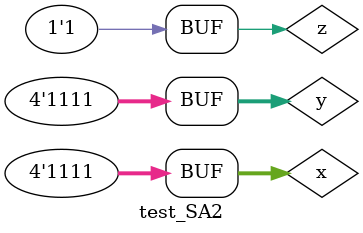
<source format=v>

module Zero (output s, input a, input b,
             input c, input d, input e);

nor NOR1 (s,a,b,c,d,e);

endmodule // Zero
				 
module SA (output s, input f1, input f2);

xor XOR1 (s,f1,f2); 

endmodule // SA

module Adder (output s1, output s2, input a, input b);

xor XOR1 (s2,a,b);
and AND1 (s1,a,b);				 				

endmodule // Adder

module  FullAdder (output s3, output s4,input e1, input e2, input c);
wire p1, p2,p3;

Adder HA1 (p1,p2,e1,e2);
Adder HA2 (s3,p3,p1,c);
xor XOR1 (s4,p3,p2);

endmodule // FullAdder

module Selecionador (output s1, input[3:0] a,
                     input[3:0] b, input carry);
wire  w1,w2,w3,w4,p1,p2,p3,p4;
wire[4:0] s;
SA c1 (w1,b[0],carry);
SA c2 (w2,b[1],carry);
SA c3 (w3,b[2],carry);
SA c4 (w4,b[3],carry);
FullAdder FU1 (s[0],p1,a[0],w1,carry);
FullAdder FU2 (s[1],p2,a[1],w2,p1);
FullAdder FU3 (s[2],p3,a[2],w3,p2);
FullAdder FU4 (s[3],p4,a[3],w4,p3);
SA c5 (s[4],p4,carry);
Zero Z1 (s1,s[0],s[1],s[2],s[3],s[4]);

endmodule // Selecionador

module test_SA2; 

// ------------------------- definir dados 

reg[3:0] x, y;
reg z;  
wire q;

Selecionador modulo (q, x, y, z); 

// ------------------------- parte principal 

initial begin 
$display("Exemplo0032 - Oswaldo Oliveira Paulino - 382175"); 
$display("Test LU's module"); 

x = 4'b0000; y = 4'b0000; z = 'b0;

// projetar testes do modulo 
#1 $display("\n a    b   carry  s"); 
#1 $monitor("%4b %4b   %b    %b" ,x,y,z,q); 

#1 x = 4'b0001; y = 4'b0000; z = 'b0;
#1 x = 4'b0001; y = 4'b0001; z = 'b0;
#1 x = 4'b0010; y = 4'b0001; z = 'b0;
#1 x = 4'b0010; y = 4'b0010; z = 'b0;
#1 x = 4'b0011; y = 4'b0010; z = 'b0;
#1 x = 4'b0011; y = 4'b0011; z = 'b0;
#1 x = 4'b0100; y = 4'b0011; z = 'b0;
#1 x = 4'b0100; y = 4'b0100; z = 'b0;
#1 x = 4'b0101; y = 4'b0100; z = 'b0;
#1 x = 4'b0101; y = 4'b0101; z = 'b0;
#1 x = 4'b0110; y = 4'b0101; z = 'b0;
#1 x = 4'b0110; y = 4'b0110; z = 'b0;
#1 x = 4'b0111; y = 4'b0110; z = 'b0;
#1 x = 4'b0111; y = 4'b0111; z = 'b1;
#1 x = 4'b1000; y = 4'b0111; z = 'b1;
#1 x = 4'b1000; y = 4'b1000; z = 'b1;
#1 x = 4'b1001; y = 4'b1000; z = 'b1;
#1 x = 4'b1001; y = 4'b1001; z = 'b1;
#1 x = 4'b1010; y = 4'b1001; z = 'b1;
#1 x = 4'b1010; y = 4'b1010; z = 'b1;
#1 x = 4'b1011; y = 4'b1010; z = 'b1;
#1 x = 4'b1011; y = 4'b1011; z = 'b1;
#1 x = 4'b1100; y = 4'b1011; z = 'b1;
#1 x = 4'b1100; y = 4'b1100; z = 'b1;
#1 x = 4'b1101; y = 4'b1100; z = 'b1;
#1 x = 4'b1101; y = 4'b1101; z = 'b1;
#1 x = 4'b1110; y = 4'b1101; z = 'b1;
#1 x = 4'b1110; y = 4'b1110; z = 'b1;
#1 x = 4'b1111; y = 4'b1110; z = 'b1;
#1 x = 4'b1111; y = 4'b1111; z = 'b1;


end 
endmodule
</source>
